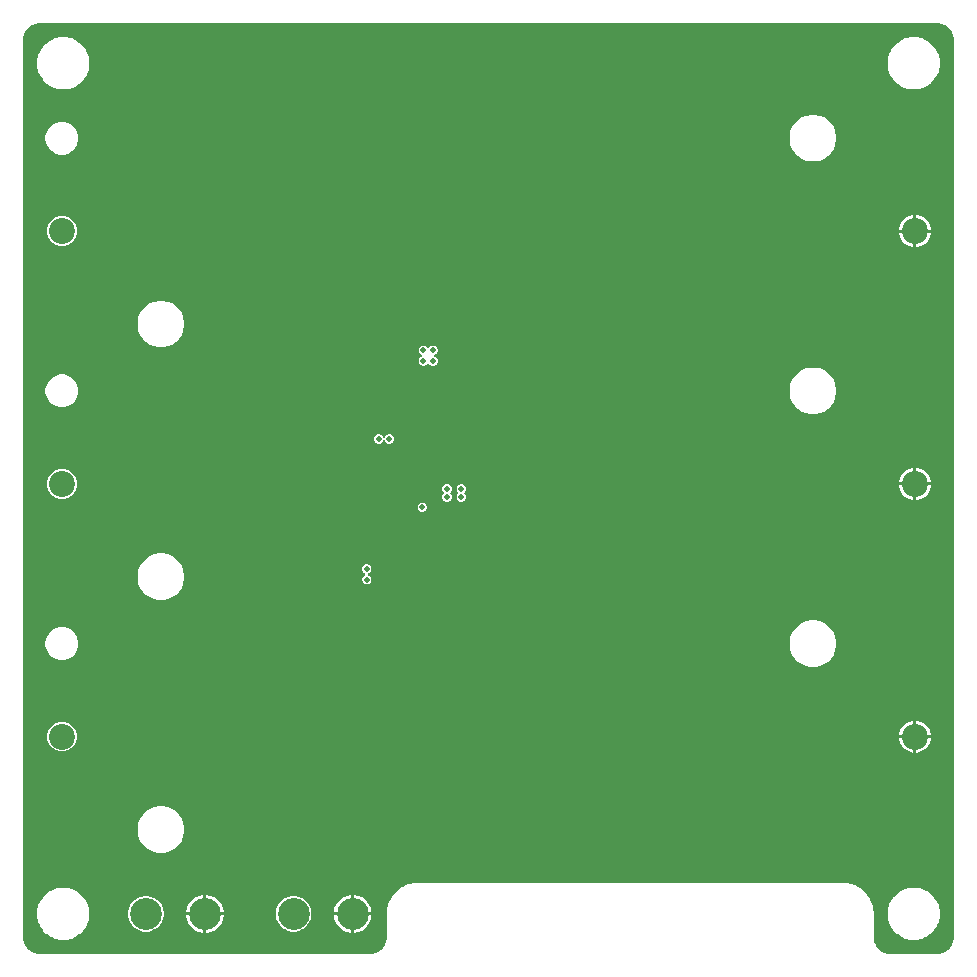
<source format=gbr>
%TF.GenerationSoftware,Altium Limited,Altium Designer,21.6.1 (37)*%
G04 Layer_Physical_Order=1*
G04 Layer_Color=255*
%FSLAX45Y45*%
%MOMM*%
%TF.SameCoordinates,713E3131-B0EE-4415-9D9D-843BC13DAD56*%
%TF.FilePolarity,Positive*%
%TF.FileFunction,Copper,L1,Top,Signal*%
%TF.Part,Single*%
G01*
G75*
%TA.AperFunction,ComponentPad*%
%ADD10C,2.20000*%
%ADD11C,2.70000*%
%TA.AperFunction,ViaPad*%
%ADD12C,0.50000*%
%ADD13C,0.40000*%
G36*
X7841129Y7934126D02*
X7866393Y7923661D01*
X7889132Y7908468D01*
X7908468Y7889132D01*
X7923661Y7866393D01*
X7934126Y7841129D01*
X7939461Y7814308D01*
Y7800635D01*
X7939461Y200636D01*
X7939461Y186962D01*
X7934126Y160141D01*
X7923661Y134876D01*
X7908468Y112138D01*
X7889132Y92802D01*
X7866394Y77609D01*
X7841129Y67144D01*
X7814309Y61809D01*
X7400636D01*
X7386962Y61809D01*
X7360141Y67144D01*
X7334877Y77609D01*
X7312139Y92802D01*
X7292803Y112138D01*
X7277610Y134876D01*
X7267144Y160141D01*
X7261810Y186961D01*
X7261809Y400634D01*
X7261512Y402129D01*
X7261736Y403637D01*
X7260772Y423240D01*
X7259671Y427639D01*
Y432173D01*
X7252022Y470626D01*
X7249716Y476192D01*
X7248540Y482102D01*
X7233537Y518324D01*
X7230190Y523334D01*
X7227884Y528900D01*
X7206102Y561500D01*
X7201841Y565760D01*
X7198494Y570770D01*
X7170771Y598493D01*
X7165761Y601840D01*
X7161501Y606100D01*
X7128902Y627883D01*
X7123334Y630189D01*
X7118325Y633536D01*
X7082103Y648540D01*
X7076193Y649715D01*
X7070627Y652021D01*
X7032173Y659670D01*
X7027638D01*
X7023240Y660772D01*
X7003636Y661735D01*
X7002130Y661511D01*
X7000635Y661808D01*
X3400000Y661809D01*
X3398456Y661502D01*
X3396898Y661730D01*
X3377929Y660767D01*
X3373581Y659671D01*
X3369097D01*
X3330643Y652022D01*
X3325077Y649716D01*
X3319168Y648540D01*
X3282945Y633537D01*
X3277935Y630189D01*
X3272369Y627883D01*
X3239770Y606101D01*
X3235509Y601841D01*
X3230500Y598494D01*
X3202776Y570770D01*
X3199429Y565761D01*
X3195169Y561500D01*
X3173387Y528901D01*
X3171081Y523334D01*
X3167733Y518324D01*
X3152730Y482102D01*
X3151554Y476193D01*
X3149248Y470627D01*
X3141600Y432173D01*
Y427638D01*
X3140498Y423239D01*
X3139535Y403636D01*
X3139758Y402129D01*
X3139461Y400635D01*
X3139461Y200636D01*
X3139461Y186962D01*
X3134126Y160141D01*
X3123661Y134876D01*
X3108467Y112138D01*
X3089132Y92802D01*
X3066393Y77609D01*
X3041128Y67144D01*
X3014309Y61809D01*
X3000635D01*
X200635Y61809D01*
X186962Y61809D01*
X160141Y67144D01*
X134877Y77609D01*
X112138Y92802D01*
X92803Y112137D01*
X77609Y134877D01*
X67144Y160141D01*
X61809Y186961D01*
Y200635D01*
Y7800635D01*
X61809Y7814308D01*
X67144Y7841129D01*
X77609Y7866393D01*
X92802Y7889131D01*
X112138Y7908467D01*
X134877Y7923661D01*
X160142Y7934126D01*
X186962Y7939460D01*
X200635Y7939460D01*
X7800635Y7939461D01*
X7814308D01*
X7841129Y7934126D01*
D02*
G37*
%LPC*%
G36*
X7616394Y7821810D02*
X7584877D01*
X7578967Y7820635D01*
X7572942D01*
X7542030Y7814486D01*
X7536463Y7812180D01*
X7530554Y7811004D01*
X7501436Y7798943D01*
X7496426Y7795596D01*
X7490860Y7793290D01*
X7464654Y7775780D01*
X7460393Y7771519D01*
X7455384Y7768172D01*
X7433098Y7745886D01*
X7429750Y7740877D01*
X7425490Y7736616D01*
X7407980Y7710410D01*
X7405674Y7704843D01*
X7402327Y7699834D01*
X7390265Y7670716D01*
X7389090Y7664806D01*
X7386784Y7659239D01*
X7380635Y7628328D01*
Y7622303D01*
X7379460Y7616393D01*
Y7584876D01*
X7380635Y7578966D01*
Y7572942D01*
X7386784Y7542030D01*
X7389090Y7536463D01*
X7390265Y7530553D01*
X7402327Y7501435D01*
X7405674Y7496426D01*
X7407980Y7490859D01*
X7425490Y7464653D01*
X7429750Y7460392D01*
X7433098Y7455383D01*
X7455384Y7433097D01*
X7460393Y7429750D01*
X7464654Y7425489D01*
X7490860Y7407979D01*
X7496426Y7405673D01*
X7501436Y7402326D01*
X7530554Y7390265D01*
X7536464Y7389089D01*
X7542030Y7386784D01*
X7572942Y7380635D01*
X7578967D01*
X7584877Y7379459D01*
X7616394D01*
X7622304Y7380635D01*
X7628328D01*
X7659240Y7386784D01*
X7664807Y7389089D01*
X7670717Y7390265D01*
X7699834Y7402326D01*
X7704844Y7405673D01*
X7710411Y7407979D01*
X7736616Y7425489D01*
X7740877Y7429750D01*
X7745887Y7433097D01*
X7768173Y7455383D01*
X7771520Y7460392D01*
X7775781Y7464653D01*
X7793291Y7490859D01*
X7795597Y7496426D01*
X7798944Y7501435D01*
X7811005Y7530553D01*
X7812180Y7536463D01*
X7814486Y7542030D01*
X7820635Y7572941D01*
Y7578967D01*
X7821811Y7584876D01*
Y7616393D01*
X7820635Y7622303D01*
Y7628328D01*
X7814486Y7659240D01*
X7812180Y7664807D01*
X7811005Y7670716D01*
X7798944Y7699834D01*
X7795597Y7704844D01*
X7793291Y7710410D01*
X7775781Y7736616D01*
X7771520Y7740877D01*
X7768173Y7745886D01*
X7745887Y7768172D01*
X7740877Y7771519D01*
X7736616Y7775780D01*
X7710411Y7793290D01*
X7704844Y7795596D01*
X7699834Y7798943D01*
X7670716Y7811004D01*
X7664807Y7812180D01*
X7659240Y7814486D01*
X7628329Y7820635D01*
X7622303D01*
X7616394Y7821810D01*
D02*
G37*
G36*
X416394D02*
X384877D01*
X378967Y7820635D01*
X372942D01*
X342030Y7814486D01*
X336463Y7812180D01*
X330554Y7811004D01*
X301436Y7798943D01*
X296426Y7795596D01*
X290860Y7793290D01*
X264654Y7775780D01*
X260393Y7771519D01*
X255384Y7768172D01*
X233098Y7745886D01*
X229750Y7740877D01*
X225490Y7736616D01*
X207980Y7710410D01*
X205674Y7704843D01*
X202326Y7699834D01*
X190265Y7670716D01*
X189090Y7664806D01*
X186784Y7659239D01*
X180635Y7628328D01*
Y7622303D01*
X179460Y7616393D01*
Y7600636D01*
X179460Y7584877D01*
X180635Y7578967D01*
Y7572941D01*
X186784Y7542029D01*
X189090Y7536462D01*
X190265Y7530553D01*
X202326Y7501435D01*
X205674Y7496426D01*
X207980Y7490859D01*
X225490Y7464653D01*
X229750Y7460392D01*
X233098Y7455383D01*
X255384Y7433097D01*
X260393Y7429750D01*
X264654Y7425489D01*
X290859Y7407979D01*
X296426Y7405673D01*
X301436Y7402326D01*
X330554Y7390265D01*
X336464Y7389089D01*
X342030Y7386784D01*
X372942Y7380635D01*
X378967D01*
X384877Y7379459D01*
X416394D01*
X422303Y7380635D01*
X428328D01*
X459240Y7386784D01*
X464807Y7389089D01*
X470717Y7390265D01*
X499834Y7402326D01*
X504844Y7405673D01*
X510410Y7407979D01*
X536616Y7425489D01*
X540877Y7429750D01*
X545887Y7433097D01*
X568173Y7455383D01*
X571520Y7460392D01*
X575781Y7464653D01*
X593291Y7490859D01*
X595596Y7496426D01*
X598944Y7501435D01*
X611005Y7530553D01*
X612180Y7536463D01*
X614486Y7542030D01*
X620635Y7572941D01*
Y7578967D01*
X621811Y7584876D01*
Y7616393D01*
X620635Y7622303D01*
Y7628328D01*
X614486Y7659240D01*
X612180Y7664807D01*
X611005Y7670716D01*
X598944Y7699834D01*
X595596Y7704844D01*
X593291Y7710410D01*
X575781Y7736616D01*
X571520Y7740877D01*
X568173Y7745886D01*
X545887Y7768172D01*
X540877Y7771519D01*
X536616Y7775780D01*
X510411Y7793290D01*
X504844Y7795596D01*
X499834Y7798943D01*
X470716Y7811004D01*
X464807Y7812180D01*
X459240Y7814486D01*
X428329Y7820635D01*
X422303D01*
X416394Y7821810D01*
D02*
G37*
G36*
X407365Y7106500D02*
X370634D01*
X335155Y7096993D01*
X303345Y7078627D01*
X277372Y7052655D01*
X259007Y7020845D01*
X249500Y6985365D01*
Y6948634D01*
X259007Y6913155D01*
X277372Y6881345D01*
X303345Y6855372D01*
X335155Y6837007D01*
X370634Y6827500D01*
X407365D01*
X442845Y6837007D01*
X474655Y6855372D01*
X500627Y6881345D01*
X518993Y6913155D01*
X528500Y6948634D01*
Y6985365D01*
X518993Y7020845D01*
X500627Y7052655D01*
X474655Y7078627D01*
X442845Y7096993D01*
X407365Y7106500D01*
D02*
G37*
G36*
X6766452Y7164500D02*
X6727548D01*
X6689391Y7156910D01*
X6653448Y7142022D01*
X6621101Y7120408D01*
X6593592Y7092899D01*
X6571977Y7060551D01*
X6557090Y7024609D01*
X6549500Y6986452D01*
Y6947548D01*
X6557090Y6909391D01*
X6571977Y6873449D01*
X6593592Y6841101D01*
X6621101Y6813592D01*
X6653448Y6791978D01*
X6689391Y6777090D01*
X6727548Y6769500D01*
X6766452D01*
X6804608Y6777090D01*
X6840551Y6791978D01*
X6872899Y6813592D01*
X6900408Y6841101D01*
X6922022Y6873449D01*
X6936910Y6909391D01*
X6944500Y6947548D01*
Y6986452D01*
X6936910Y7024609D01*
X6922022Y7060551D01*
X6900408Y7092899D01*
X6872899Y7120408D01*
X6840551Y7142022D01*
X6804608Y7156910D01*
X6766452Y7164500D01*
D02*
G37*
G36*
X7628773Y6315000D02*
X7623500D01*
Y6192499D01*
X7746000D01*
Y6197773D01*
X7736800Y6232108D01*
X7719026Y6262892D01*
X7693892Y6288027D01*
X7663108Y6305800D01*
X7628773Y6315000D01*
D02*
G37*
G36*
X7598500D02*
X7593227D01*
X7558892Y6305800D01*
X7528108Y6288027D01*
X7502973Y6262892D01*
X7485200Y6232108D01*
X7476000Y6197773D01*
Y6192499D01*
X7598500D01*
Y6315000D01*
D02*
G37*
G36*
X405456Y6305000D02*
X372543D01*
X340751Y6296481D01*
X312248Y6280025D01*
X288975Y6256752D01*
X272518Y6228248D01*
X264000Y6196456D01*
Y6163543D01*
X272518Y6131752D01*
X288975Y6103248D01*
X312248Y6079975D01*
X340751Y6063518D01*
X372543Y6055000D01*
X405456D01*
X437248Y6063518D01*
X465752Y6079975D01*
X489025Y6103248D01*
X505481Y6131752D01*
X514000Y6163543D01*
Y6196456D01*
X505481Y6228248D01*
X489025Y6256752D01*
X465752Y6280025D01*
X437248Y6296481D01*
X405456Y6305000D01*
D02*
G37*
G36*
X7746000Y6167500D02*
X7623500D01*
Y6045000D01*
X7628773D01*
X7663108Y6054200D01*
X7693892Y6071973D01*
X7719026Y6097108D01*
X7736800Y6127892D01*
X7746000Y6162227D01*
Y6167500D01*
D02*
G37*
G36*
X7598500D02*
X7476000D01*
Y6162227D01*
X7485200Y6127892D01*
X7502973Y6097108D01*
X7528108Y6071973D01*
X7558892Y6054200D01*
X7593227Y6045000D01*
X7598500D01*
Y6167500D01*
D02*
G37*
G36*
X1246452Y5590500D02*
X1207548D01*
X1169391Y5582910D01*
X1133449Y5568022D01*
X1101101Y5546408D01*
X1073592Y5518899D01*
X1051978Y5486551D01*
X1037090Y5450609D01*
X1029500Y5412452D01*
Y5373548D01*
X1037090Y5335391D01*
X1051978Y5299449D01*
X1073592Y5267101D01*
X1101101Y5239592D01*
X1133449Y5217978D01*
X1169391Y5203090D01*
X1207548Y5195500D01*
X1246452D01*
X1284609Y5203090D01*
X1320551Y5217978D01*
X1352899Y5239592D01*
X1380408Y5267101D01*
X1402022Y5299449D01*
X1416910Y5335391D01*
X1424500Y5373548D01*
Y5412452D01*
X1416910Y5450609D01*
X1402022Y5486551D01*
X1380408Y5518899D01*
X1352899Y5546408D01*
X1320551Y5568022D01*
X1284609Y5582910D01*
X1246452Y5590500D01*
D02*
G37*
G36*
X3537957Y5210000D02*
X3522044D01*
X3507342Y5203910D01*
X3497198Y5193766D01*
X3490000Y5193166D01*
X3482802Y5193766D01*
X3472658Y5203910D01*
X3457957Y5210000D01*
X3442043D01*
X3427342Y5203910D01*
X3416090Y5192658D01*
X3410000Y5177957D01*
Y5162044D01*
X3416090Y5147342D01*
X3427342Y5136090D01*
X3437860Y5131733D01*
Y5118267D01*
X3427342Y5113910D01*
X3416090Y5102658D01*
X3410000Y5087957D01*
Y5072043D01*
X3416090Y5057342D01*
X3427342Y5046090D01*
X3442043Y5040000D01*
X3457957D01*
X3472658Y5046090D01*
X3482802Y5056234D01*
X3490000Y5056834D01*
X3497198Y5056234D01*
X3507342Y5046090D01*
X3522044Y5040000D01*
X3537957D01*
X3552658Y5046090D01*
X3563910Y5057342D01*
X3570000Y5072043D01*
Y5087957D01*
X3563910Y5102658D01*
X3552658Y5113910D01*
X3542140Y5118267D01*
Y5131733D01*
X3552658Y5136090D01*
X3563910Y5147342D01*
X3570000Y5162044D01*
Y5177957D01*
X3563910Y5192658D01*
X3552658Y5203910D01*
X3537957Y5210000D01*
D02*
G37*
G36*
X407365Y4966499D02*
X370634D01*
X335155Y4956993D01*
X303345Y4938627D01*
X277372Y4912654D01*
X259007Y4880844D01*
X249500Y4845365D01*
Y4808634D01*
X259007Y4773155D01*
X277372Y4741345D01*
X303345Y4715372D01*
X335155Y4697006D01*
X370634Y4687500D01*
X407365D01*
X442845Y4697006D01*
X474655Y4715372D01*
X500627Y4741345D01*
X518993Y4773155D01*
X528500Y4808634D01*
Y4845365D01*
X518993Y4880844D01*
X500627Y4912654D01*
X474655Y4938627D01*
X442845Y4956993D01*
X407365Y4966499D01*
D02*
G37*
G36*
X6766452Y5024499D02*
X6727548D01*
X6689391Y5016910D01*
X6653448Y5002022D01*
X6621101Y4980408D01*
X6593592Y4952898D01*
X6571977Y4920551D01*
X6557090Y4884608D01*
X6549500Y4846452D01*
Y4807547D01*
X6557090Y4769391D01*
X6571977Y4733448D01*
X6593592Y4701101D01*
X6621101Y4673591D01*
X6653448Y4651977D01*
X6689391Y4637089D01*
X6727548Y4629500D01*
X6766452D01*
X6804608Y4637089D01*
X6840551Y4651977D01*
X6872899Y4673591D01*
X6900408Y4701101D01*
X6922022Y4733448D01*
X6936910Y4769391D01*
X6944500Y4807547D01*
Y4846452D01*
X6936910Y4884608D01*
X6922022Y4920551D01*
X6900408Y4952898D01*
X6872899Y4980408D01*
X6840551Y5002022D01*
X6804608Y5016910D01*
X6766452Y5024499D01*
D02*
G37*
G36*
X3167957Y4460000D02*
X3152043D01*
X3137342Y4453910D01*
X3126090Y4442658D01*
X3121733Y4432140D01*
X3108267D01*
X3103910Y4442658D01*
X3092658Y4453910D01*
X3077957Y4460000D01*
X3062043D01*
X3047342Y4453910D01*
X3036090Y4442658D01*
X3030000Y4427957D01*
Y4412044D01*
X3036090Y4397342D01*
X3047342Y4386090D01*
X3062043Y4380000D01*
X3077957D01*
X3092658Y4386090D01*
X3103910Y4397342D01*
X3108267Y4407860D01*
X3121733D01*
X3126090Y4397342D01*
X3137342Y4386090D01*
X3152043Y4380000D01*
X3167957D01*
X3182658Y4386090D01*
X3193910Y4397342D01*
X3200000Y4412044D01*
Y4427957D01*
X3193910Y4442658D01*
X3182658Y4453910D01*
X3167957Y4460000D01*
D02*
G37*
G36*
X7628773Y4175000D02*
X7623500D01*
Y4052500D01*
X7746000D01*
Y4057773D01*
X7736800Y4092108D01*
X7719026Y4122892D01*
X7693892Y4148027D01*
X7663108Y4165800D01*
X7628773Y4175000D01*
D02*
G37*
G36*
X7598500D02*
X7593227D01*
X7558892Y4165800D01*
X7528108Y4148027D01*
X7502973Y4122892D01*
X7485200Y4092108D01*
X7476000Y4057773D01*
Y4052500D01*
X7598500D01*
Y4175000D01*
D02*
G37*
G36*
X405456Y4165000D02*
X372543D01*
X340751Y4156481D01*
X312248Y4140024D01*
X288975Y4116751D01*
X272518Y4088248D01*
X264000Y4056456D01*
Y4023543D01*
X272518Y3991751D01*
X288975Y3963248D01*
X312248Y3939975D01*
X340751Y3923518D01*
X372543Y3915000D01*
X405456D01*
X437248Y3923518D01*
X465752Y3939975D01*
X489025Y3963248D01*
X505481Y3991751D01*
X514000Y4023543D01*
Y4056456D01*
X505481Y4088248D01*
X489025Y4116751D01*
X465752Y4140024D01*
X437248Y4156481D01*
X405456Y4165000D01*
D02*
G37*
G36*
X7746000Y4027500D02*
X7623500D01*
Y3905000D01*
X7628773D01*
X7663108Y3914200D01*
X7693892Y3931973D01*
X7719026Y3957108D01*
X7736800Y3987892D01*
X7746000Y4022227D01*
Y4027500D01*
D02*
G37*
G36*
X7598500D02*
X7476000D01*
Y4022227D01*
X7485200Y3987892D01*
X7502973Y3957108D01*
X7528108Y3931973D01*
X7558892Y3914200D01*
X7593227Y3905000D01*
X7598500D01*
Y4027500D01*
D02*
G37*
G36*
X3777957Y4040000D02*
X3762044D01*
X3747342Y4033910D01*
X3736090Y4022658D01*
X3730000Y4007956D01*
Y3992043D01*
X3736090Y3977342D01*
X3740135Y3973297D01*
X3746505Y3965000D01*
X3740135Y3956703D01*
X3736090Y3952658D01*
X3730000Y3937957D01*
Y3922043D01*
X3736090Y3907342D01*
X3747342Y3896090D01*
X3762044Y3890000D01*
X3777957D01*
X3792658Y3896090D01*
X3803910Y3907342D01*
X3810000Y3922043D01*
Y3937957D01*
X3803910Y3952658D01*
X3799865Y3956703D01*
X3793495Y3965000D01*
X3799865Y3973297D01*
X3803910Y3977342D01*
X3810000Y3992043D01*
Y4007956D01*
X3803910Y4022658D01*
X3792658Y4033910D01*
X3777957Y4040000D01*
D02*
G37*
G36*
X3657957D02*
X3642044D01*
X3627342Y4033910D01*
X3616090Y4022658D01*
X3610000Y4007956D01*
Y3992043D01*
X3616090Y3977342D01*
X3620135Y3973297D01*
X3626505Y3965000D01*
X3620135Y3956703D01*
X3616090Y3952658D01*
X3610000Y3937957D01*
Y3922043D01*
X3616090Y3907342D01*
X3627342Y3896090D01*
X3642044Y3890000D01*
X3657957D01*
X3672658Y3896090D01*
X3683910Y3907342D01*
X3690000Y3922043D01*
Y3937957D01*
X3683910Y3952658D01*
X3679865Y3956703D01*
X3673495Y3965000D01*
X3679865Y3973297D01*
X3683910Y3977342D01*
X3690000Y3992043D01*
Y4007956D01*
X3683910Y4022658D01*
X3672658Y4033910D01*
X3657957Y4040000D01*
D02*
G37*
G36*
X3447957Y3880000D02*
X3432043D01*
X3417342Y3873910D01*
X3406090Y3862658D01*
X3400000Y3847956D01*
Y3832043D01*
X3406090Y3817342D01*
X3417342Y3806090D01*
X3432043Y3800000D01*
X3447957D01*
X3462658Y3806090D01*
X3473910Y3817342D01*
X3480000Y3832043D01*
Y3847956D01*
X3473910Y3862658D01*
X3462658Y3873910D01*
X3447957Y3880000D01*
D02*
G37*
G36*
X2977956Y3360000D02*
X2962043D01*
X2947342Y3353910D01*
X2936090Y3342658D01*
X2930000Y3327957D01*
Y3312043D01*
X2936090Y3297342D01*
X2947342Y3286090D01*
X2957859Y3281733D01*
Y3268267D01*
X2947342Y3263910D01*
X2936090Y3252658D01*
X2930000Y3237956D01*
Y3222043D01*
X2936090Y3207342D01*
X2947342Y3196090D01*
X2962043Y3190000D01*
X2977956D01*
X2992658Y3196090D01*
X3003910Y3207342D01*
X3010000Y3222043D01*
Y3237956D01*
X3003910Y3252658D01*
X2992658Y3263910D01*
X2982140Y3268267D01*
Y3281733D01*
X2992658Y3286090D01*
X3003910Y3297342D01*
X3010000Y3312043D01*
Y3327957D01*
X3003910Y3342658D01*
X2992658Y3353910D01*
X2977956Y3360000D01*
D02*
G37*
G36*
X1246452Y3450500D02*
X1207548D01*
X1169391Y3442910D01*
X1133449Y3428022D01*
X1101101Y3406408D01*
X1073592Y3378898D01*
X1051978Y3346551D01*
X1037090Y3310608D01*
X1029500Y3272452D01*
Y3233548D01*
X1037090Y3195391D01*
X1051978Y3159448D01*
X1073592Y3127101D01*
X1101101Y3099591D01*
X1133449Y3077977D01*
X1169391Y3063089D01*
X1207548Y3055500D01*
X1246452D01*
X1284609Y3063089D01*
X1320551Y3077977D01*
X1352899Y3099591D01*
X1380408Y3127101D01*
X1402022Y3159448D01*
X1416910Y3195391D01*
X1424500Y3233548D01*
Y3272452D01*
X1416910Y3310608D01*
X1402022Y3346551D01*
X1380408Y3378898D01*
X1352899Y3406408D01*
X1320551Y3428022D01*
X1284609Y3442910D01*
X1246452Y3450500D01*
D02*
G37*
G36*
X407365Y2826500D02*
X370634D01*
X335155Y2816993D01*
X303345Y2798627D01*
X277372Y2772655D01*
X259007Y2740845D01*
X249500Y2705365D01*
Y2668634D01*
X259007Y2633155D01*
X277372Y2601345D01*
X303345Y2575372D01*
X335155Y2557007D01*
X370634Y2547500D01*
X407365D01*
X442845Y2557007D01*
X474655Y2575372D01*
X500627Y2601345D01*
X518993Y2633155D01*
X528500Y2668634D01*
Y2705365D01*
X518993Y2740845D01*
X500627Y2772655D01*
X474655Y2798627D01*
X442845Y2816993D01*
X407365Y2826500D01*
D02*
G37*
G36*
X6766452Y2884500D02*
X6727548D01*
X6689391Y2876910D01*
X6653448Y2862022D01*
X6621101Y2840408D01*
X6593592Y2812899D01*
X6571977Y2780551D01*
X6557090Y2744608D01*
X6549500Y2706452D01*
Y2667548D01*
X6557090Y2629391D01*
X6571977Y2593448D01*
X6593592Y2561101D01*
X6621101Y2533592D01*
X6653448Y2511977D01*
X6689391Y2497089D01*
X6727548Y2489500D01*
X6766452D01*
X6804608Y2497089D01*
X6840551Y2511977D01*
X6872899Y2533592D01*
X6900408Y2561101D01*
X6922022Y2593448D01*
X6936910Y2629391D01*
X6944500Y2667548D01*
Y2706452D01*
X6936910Y2744608D01*
X6922022Y2780551D01*
X6900408Y2812899D01*
X6872899Y2840408D01*
X6840551Y2862022D01*
X6804608Y2876910D01*
X6766452Y2884500D01*
D02*
G37*
G36*
X7628773Y2035000D02*
X7623500D01*
Y1912500D01*
X7746000D01*
Y1917773D01*
X7736800Y1952108D01*
X7719026Y1982892D01*
X7693892Y2008027D01*
X7663108Y2025800D01*
X7628773Y2035000D01*
D02*
G37*
G36*
X7598500D02*
X7593227D01*
X7558892Y2025800D01*
X7528108Y2008027D01*
X7502973Y1982892D01*
X7485200Y1952108D01*
X7476000Y1917773D01*
Y1912500D01*
X7598500D01*
Y2035000D01*
D02*
G37*
G36*
X405456Y2025000D02*
X372543D01*
X340751Y2016481D01*
X312248Y2000025D01*
X288975Y1976752D01*
X272518Y1948248D01*
X264000Y1916456D01*
Y1883543D01*
X272518Y1851751D01*
X288975Y1823248D01*
X312248Y1799975D01*
X340751Y1783518D01*
X372543Y1775000D01*
X405456D01*
X437248Y1783518D01*
X465752Y1799975D01*
X489025Y1823248D01*
X505481Y1851751D01*
X514000Y1883543D01*
Y1916456D01*
X505481Y1948248D01*
X489025Y1976752D01*
X465752Y2000025D01*
X437248Y2016481D01*
X405456Y2025000D01*
D02*
G37*
G36*
X7746000Y1887500D02*
X7623500D01*
Y1765000D01*
X7628773D01*
X7663108Y1774200D01*
X7693892Y1791973D01*
X7719026Y1817108D01*
X7736800Y1847892D01*
X7746000Y1882227D01*
Y1887500D01*
D02*
G37*
G36*
X7598500D02*
X7476000D01*
Y1882227D01*
X7485200Y1847892D01*
X7502973Y1817108D01*
X7528108Y1791973D01*
X7558892Y1774200D01*
X7593227Y1765000D01*
X7598500D01*
Y1887500D01*
D02*
G37*
G36*
X1246452Y1310500D02*
X1207548D01*
X1169391Y1302910D01*
X1133449Y1288022D01*
X1101101Y1266408D01*
X1073592Y1238899D01*
X1051978Y1206551D01*
X1037090Y1170609D01*
X1029500Y1132452D01*
Y1093548D01*
X1037090Y1055391D01*
X1051978Y1019449D01*
X1073592Y987101D01*
X1101101Y959592D01*
X1133449Y937978D01*
X1169391Y923090D01*
X1207548Y915500D01*
X1246452D01*
X1284609Y923090D01*
X1320551Y937978D01*
X1352899Y959592D01*
X1380408Y987101D01*
X1402022Y1019449D01*
X1416910Y1055391D01*
X1424500Y1093548D01*
Y1132452D01*
X1416910Y1170609D01*
X1402022Y1206551D01*
X1380408Y1238899D01*
X1352899Y1266408D01*
X1320551Y1288022D01*
X1284609Y1302910D01*
X1246452Y1310500D01*
D02*
G37*
G36*
X2865759Y560000D02*
X2862500D01*
Y412500D01*
X3010000D01*
Y415759D01*
X3003851Y446670D01*
X2991790Y475788D01*
X2974280Y501994D01*
X2951994Y524280D01*
X2925788Y541790D01*
X2896670Y553851D01*
X2865759Y560000D01*
D02*
G37*
G36*
X1615759D02*
X1612500D01*
Y412500D01*
X1760000D01*
Y415759D01*
X1753851Y446670D01*
X1741790Y475788D01*
X1724280Y501994D01*
X1701994Y524280D01*
X1675789Y541790D01*
X1646670Y553851D01*
X1615759Y560000D01*
D02*
G37*
G36*
X2837500D02*
X2834241D01*
X2803330Y553851D01*
X2774211Y541790D01*
X2748006Y524280D01*
X2725720Y501994D01*
X2708210Y475788D01*
X2696149Y446670D01*
X2690000Y415759D01*
Y412500D01*
X2837500D01*
Y560000D01*
D02*
G37*
G36*
X1587500D02*
X1584241D01*
X1553330Y553851D01*
X1524212Y541790D01*
X1498006Y524280D01*
X1475720Y501994D01*
X1458210Y475788D01*
X1446149Y446670D01*
X1440000Y415759D01*
Y412500D01*
X1587500D01*
Y560000D01*
D02*
G37*
G36*
X2364774Y550000D02*
X2335226D01*
X2306247Y544235D01*
X2278948Y532928D01*
X2254381Y516513D01*
X2233487Y495619D01*
X2217072Y471052D01*
X2205764Y443753D01*
X2200000Y414774D01*
Y385226D01*
X2205764Y356247D01*
X2217072Y328948D01*
X2233487Y304381D01*
X2254381Y283487D01*
X2278948Y267072D01*
X2306247Y255765D01*
X2335226Y250000D01*
X2364774D01*
X2393753Y255765D01*
X2421052Y267072D01*
X2445619Y283487D01*
X2466512Y304381D01*
X2482928Y328948D01*
X2494235Y356247D01*
X2500000Y385226D01*
Y414774D01*
X2494235Y443753D01*
X2482928Y471052D01*
X2466512Y495619D01*
X2445619Y516513D01*
X2421052Y532928D01*
X2393753Y544235D01*
X2364774Y550000D01*
D02*
G37*
G36*
X1114774D02*
X1085226D01*
X1056247Y544235D01*
X1028948Y532928D01*
X1004381Y516513D01*
X983487Y495619D01*
X967072Y471052D01*
X955765Y443753D01*
X950000Y414774D01*
Y385226D01*
X955765Y356247D01*
X967072Y328948D01*
X983487Y304381D01*
X1004381Y283487D01*
X1028948Y267072D01*
X1056247Y255765D01*
X1085226Y250000D01*
X1114774D01*
X1143753Y255765D01*
X1171052Y267072D01*
X1195619Y283487D01*
X1216513Y304381D01*
X1232928Y328948D01*
X1244236Y356247D01*
X1250000Y385226D01*
Y414774D01*
X1244236Y443753D01*
X1232928Y471052D01*
X1216513Y495619D01*
X1195619Y516513D01*
X1171052Y532928D01*
X1143753Y544235D01*
X1114774Y550000D01*
D02*
G37*
G36*
X3010000Y387500D02*
X2862500D01*
Y240000D01*
X2865759D01*
X2896670Y246149D01*
X2925788Y258210D01*
X2951994Y275720D01*
X2974280Y298006D01*
X2991790Y324211D01*
X3003851Y353330D01*
X3010000Y384241D01*
Y387500D01*
D02*
G37*
G36*
X2837500D02*
X2690000D01*
Y384241D01*
X2696149Y353330D01*
X2708210Y324211D01*
X2725720Y298006D01*
X2748006Y275720D01*
X2774211Y258210D01*
X2803330Y246149D01*
X2834241Y240000D01*
X2837500D01*
Y387500D01*
D02*
G37*
G36*
X1760000D02*
X1612500D01*
Y240000D01*
X1615759D01*
X1646670Y246149D01*
X1675789Y258210D01*
X1701994Y275720D01*
X1724280Y298006D01*
X1741790Y324211D01*
X1753851Y353330D01*
X1760000Y384241D01*
Y387500D01*
D02*
G37*
G36*
X1587500D02*
X1440000D01*
Y384241D01*
X1446149Y353330D01*
X1458210Y324211D01*
X1475720Y298006D01*
X1498006Y275720D01*
X1524212Y258210D01*
X1553330Y246149D01*
X1584241Y240000D01*
X1587500D01*
Y387500D01*
D02*
G37*
G36*
X7616394Y621810D02*
X7584877D01*
X7578967Y620635D01*
X7572942D01*
X7542030Y614486D01*
X7536463Y612180D01*
X7530554Y611004D01*
X7501436Y598943D01*
X7496426Y595596D01*
X7490860Y593290D01*
X7464654Y575780D01*
X7460393Y571519D01*
X7455384Y568172D01*
X7433098Y545886D01*
X7429750Y540877D01*
X7425490Y536616D01*
X7407980Y510410D01*
X7405674Y504843D01*
X7402327Y499834D01*
X7390265Y470716D01*
X7389090Y464806D01*
X7386784Y459239D01*
X7380635Y428328D01*
Y422303D01*
X7379460Y416393D01*
Y384876D01*
X7380635Y378966D01*
Y372942D01*
X7386784Y342030D01*
X7389090Y336463D01*
X7390265Y330553D01*
X7402327Y301435D01*
X7405674Y296426D01*
X7407980Y290859D01*
X7425490Y264653D01*
X7429750Y260392D01*
X7433098Y255383D01*
X7455384Y233097D01*
X7460393Y229750D01*
X7464654Y225489D01*
X7490860Y207979D01*
X7496426Y205673D01*
X7501436Y202326D01*
X7530554Y190265D01*
X7536463Y189089D01*
X7542030Y186783D01*
X7572942Y180635D01*
X7578968D01*
X7584878Y179459D01*
X7600636Y179459D01*
X7616394D01*
X7622304Y180635D01*
X7628328D01*
X7659240Y186783D01*
X7664807Y189089D01*
X7670717Y190265D01*
X7699834Y202326D01*
X7704844Y205673D01*
X7710411Y207979D01*
X7736616Y225489D01*
X7740877Y229750D01*
X7745887Y233097D01*
X7768173Y255383D01*
X7771520Y260392D01*
X7775781Y264653D01*
X7793291Y290859D01*
X7795597Y296426D01*
X7798944Y301435D01*
X7811005Y330553D01*
X7812180Y336463D01*
X7814486Y342030D01*
X7820635Y372941D01*
Y378966D01*
X7821811Y384876D01*
Y416393D01*
X7820635Y422303D01*
Y428328D01*
X7814486Y459240D01*
X7812180Y464807D01*
X7811005Y470716D01*
X7798944Y499834D01*
X7795597Y504844D01*
X7793291Y510410D01*
X7775781Y536616D01*
X7771520Y540877D01*
X7768173Y545886D01*
X7745887Y568172D01*
X7740877Y571519D01*
X7736616Y575780D01*
X7710411Y593290D01*
X7704844Y595596D01*
X7699834Y598943D01*
X7670716Y611004D01*
X7664807Y612180D01*
X7659240Y614486D01*
X7628329Y620635D01*
X7622303D01*
X7616394Y621810D01*
D02*
G37*
G36*
X416394D02*
X384877D01*
X378967Y620635D01*
X372942D01*
X342030Y614486D01*
X336463Y612180D01*
X330554Y611004D01*
X301436Y598943D01*
X296426Y595596D01*
X290860Y593290D01*
X264654Y575780D01*
X260393Y571519D01*
X255384Y568172D01*
X233098Y545886D01*
X229750Y540877D01*
X225490Y536616D01*
X207980Y510410D01*
X205674Y504843D01*
X202326Y499834D01*
X190265Y470716D01*
X189090Y464806D01*
X186784Y459240D01*
X180635Y428328D01*
Y422302D01*
X179460Y416392D01*
X179460Y400634D01*
Y384876D01*
X180635Y378966D01*
Y372942D01*
X186784Y342030D01*
X189090Y336463D01*
X190265Y330553D01*
X202326Y301435D01*
X205674Y296426D01*
X207980Y290859D01*
X225490Y264653D01*
X229750Y260392D01*
X233098Y255383D01*
X255384Y233097D01*
X260393Y229750D01*
X264654Y225489D01*
X290859Y207979D01*
X296426Y205673D01*
X301436Y202326D01*
X330554Y190265D01*
X336463Y189089D01*
X342030Y186783D01*
X372942Y180635D01*
X378968D01*
X384878Y179459D01*
X400636Y179459D01*
X416394D01*
X422303Y180635D01*
X428328D01*
X459240Y186783D01*
X464807Y189089D01*
X470717Y190265D01*
X499834Y202326D01*
X504844Y205673D01*
X510410Y207979D01*
X536616Y225489D01*
X540877Y229750D01*
X545887Y233097D01*
X568173Y255383D01*
X571520Y260392D01*
X575781Y264653D01*
X593291Y290859D01*
X595596Y296426D01*
X598944Y301435D01*
X611005Y330553D01*
X612180Y336463D01*
X614486Y342030D01*
X620635Y372941D01*
Y378966D01*
X621811Y384876D01*
Y416393D01*
X620635Y422303D01*
Y428328D01*
X614486Y459240D01*
X612180Y464807D01*
X611005Y470716D01*
X598944Y499834D01*
X595596Y504844D01*
X593291Y510410D01*
X575781Y536616D01*
X571520Y540877D01*
X568173Y545886D01*
X545887Y568172D01*
X540877Y571519D01*
X536616Y575780D01*
X510411Y593290D01*
X504844Y595596D01*
X499834Y598943D01*
X470716Y611004D01*
X464807Y612180D01*
X459240Y614486D01*
X428329Y620635D01*
X422303D01*
X416394Y621810D01*
D02*
G37*
%LPD*%
D10*
X7611000Y6180000D02*
D03*
X389000Y6180000D02*
D03*
X7611000Y4040000D02*
D03*
X389000Y4040000D02*
D03*
X7611000Y1900000D02*
D03*
X389000Y1900000D02*
D03*
D11*
X2850000Y400000D02*
D03*
X2350000D02*
D03*
X1600000D02*
D03*
X1100000D02*
D03*
D12*
X2610000Y3700000D02*
D03*
X2700000D02*
D03*
X3770000Y4000000D02*
D03*
X3650000D02*
D03*
X3770000Y3930000D02*
D03*
X3440000Y4000000D02*
D03*
Y4100000D02*
D03*
X3650000Y3930000D02*
D03*
X3440000Y3840000D02*
D03*
X2970000Y3320000D02*
D03*
Y3230000D02*
D03*
X3070000Y4420000D02*
D03*
X3160000D02*
D03*
X3530000Y5170000D02*
D03*
Y5080000D02*
D03*
X3450000D02*
D03*
Y5170000D02*
D03*
X2250000Y4870000D02*
D03*
Y4950000D02*
D03*
D13*
X2800000Y5075000D02*
D03*
Y4965000D02*
D03*
X2800000Y4365000D02*
D03*
Y4255000D02*
D03*
%TF.MD5,ca9a3bc9488c92cebd8748a62c69eb97*%
M02*

</source>
